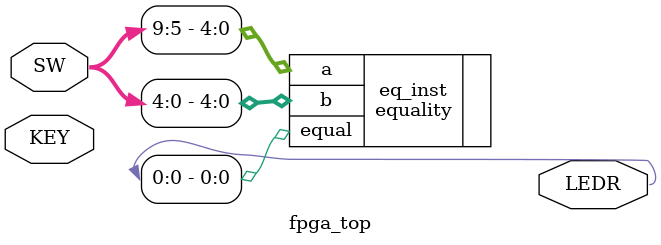
<source format=sv>
module fpga_top
(
    input  [1:0] KEY,
    input  [9:0] SW,

    output [9:0] LEDR
);

    wire [1:0] key;
    assign key = ~ KEY;

    equality eq_inst
    (
        .a     ( SW[9:5] ),
        .b     ( SW[4:0] ),
        .equal ( LEDR[0] )
    );

endmodule

</source>
